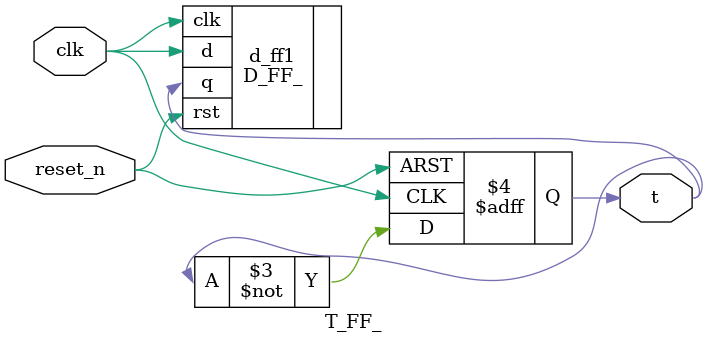
<source format=v>
`timescale 1ns / 1ps


module T_FF_(
    input clk,
    input reset_n,
    output reg t
);

    always @(posedge clk or negedge reset_n) begin
        if(!reset_n) begin
            t <= 0;
        end else begin
            t <= ~t;
        end
    end


    D_FF_ d_ff1(
        .d(clk),
        .clk(clk),
        .rst(reset_n),
        .q(t)
    );
endmodule

</source>
